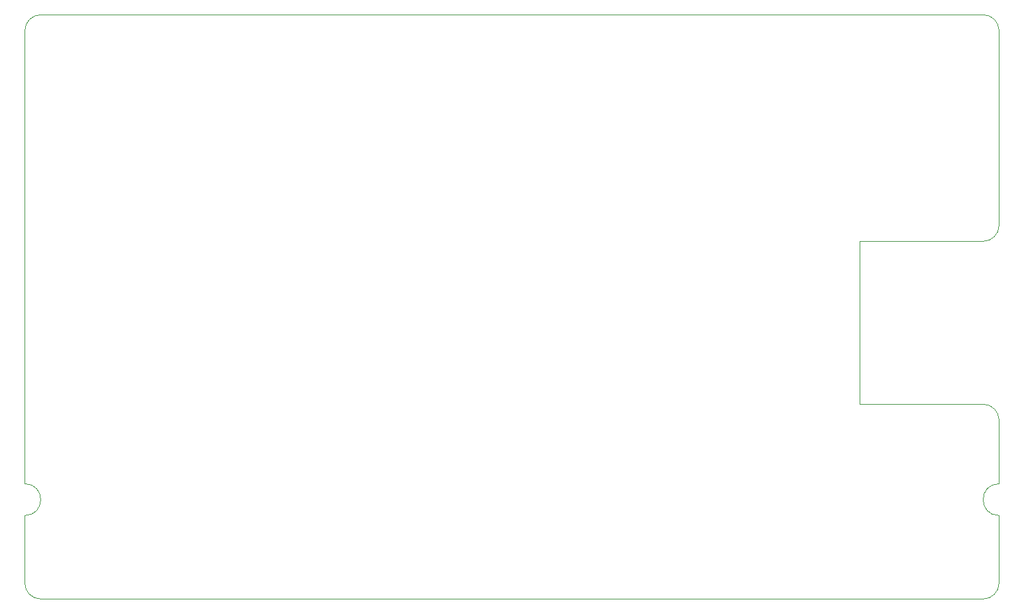
<source format=gbr>
G04 #@! TF.GenerationSoftware,KiCad,Pcbnew,(5.0.2)-1*
G04 #@! TF.CreationDate,2019-03-03T16:13:39-06:00*
G04 #@! TF.ProjectId,ArmDriveBoard_Hardware,41726d44-7269-4766-9542-6f6172645f48,rev?*
G04 #@! TF.SameCoordinates,Original*
G04 #@! TF.FileFunction,Profile,NP*
%FSLAX46Y46*%
G04 Gerber Fmt 4.6, Leading zero omitted, Abs format (unit mm)*
G04 Created by KiCad (PCBNEW (5.0.2)-1) date 3/3/2019 4:13:39 PM*
%MOMM*%
%LPD*%
G01*
G04 APERTURE LIST*
%ADD10C,0.100000*%
G04 APERTURE END LIST*
D10*
X120650000Y-133858000D02*
G75*
G02X120650000Y-137922000I0J-2032000D01*
G01*
X120650000Y-75946000D02*
X120650000Y-133858000D01*
X120650000Y-146558000D02*
X120650000Y-137922000D01*
X122682000Y-148590000D02*
G75*
G02X120652002Y-146569975I1J2030024D01*
G01*
X243078000Y-148590000D02*
X122682000Y-148590000D01*
X245110000Y-146558000D02*
G75*
G02X243089975Y-148587998I-2030024J1D01*
G01*
X245110000Y-137922000D02*
X245110000Y-146558000D01*
X245110000Y-137922000D02*
G75*
G02X245110000Y-133858000I0J2032000D01*
G01*
X245110000Y-125730000D02*
X245110000Y-133858000D01*
X243078000Y-123698000D02*
G75*
G02X245107998Y-125718025I-1J-2030024D01*
G01*
X227330000Y-123698000D02*
X243078000Y-123698000D01*
X227330000Y-102870000D02*
X227330000Y-123698000D01*
X122682000Y-73914000D02*
X243078000Y-73914000D01*
X243078000Y-102870000D02*
X227328000Y-102880000D01*
X245110000Y-75946000D02*
X245110000Y-100838000D01*
X120661975Y-75943998D02*
G75*
G02X122682000Y-73914000I2030024J-1D01*
G01*
X243078000Y-73914000D02*
G75*
G02X245107998Y-75934025I-1J-2030024D01*
G01*
X245110000Y-100838000D02*
G75*
G02X243089975Y-102867998I-2030024J1D01*
G01*
M02*

</source>
